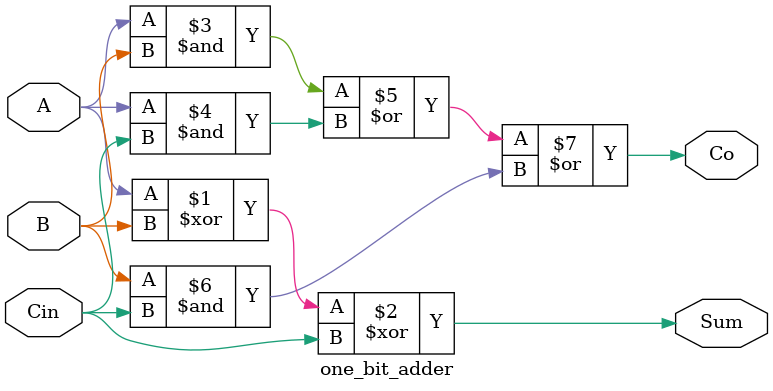
<source format=v>
`timescale 1ns / 1ps

module one_bit_adder(
    input A,
    input B,
    input Cin,
    output reg Sum,
    output reg Co
    );
    assign Sum = A ^ B ^ Cin;
    assign Co = (A & B) | (A & Cin) | (B & Cin);
endmodule

</source>
